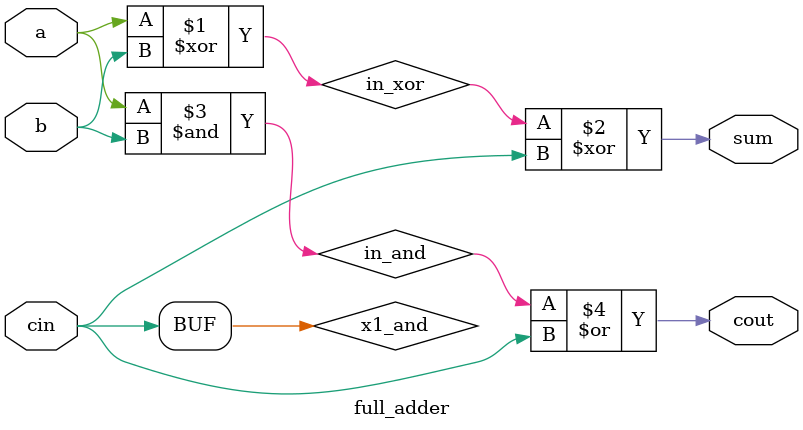
<source format=v>
module full_adder(sum,cout,a,b,cin);
    output sum,cout;
    input a,b,cin;
    wire in_xor,in_and,x1_and;
    
    xor x1(in_xor,a,b);
    xor x2(sum,in_xor,cin);
    
    and a1(in_and,a,b);
    and a2(x1_and,cin);

    or o1(cout,in_and,x1_and);

endmodule
</source>
